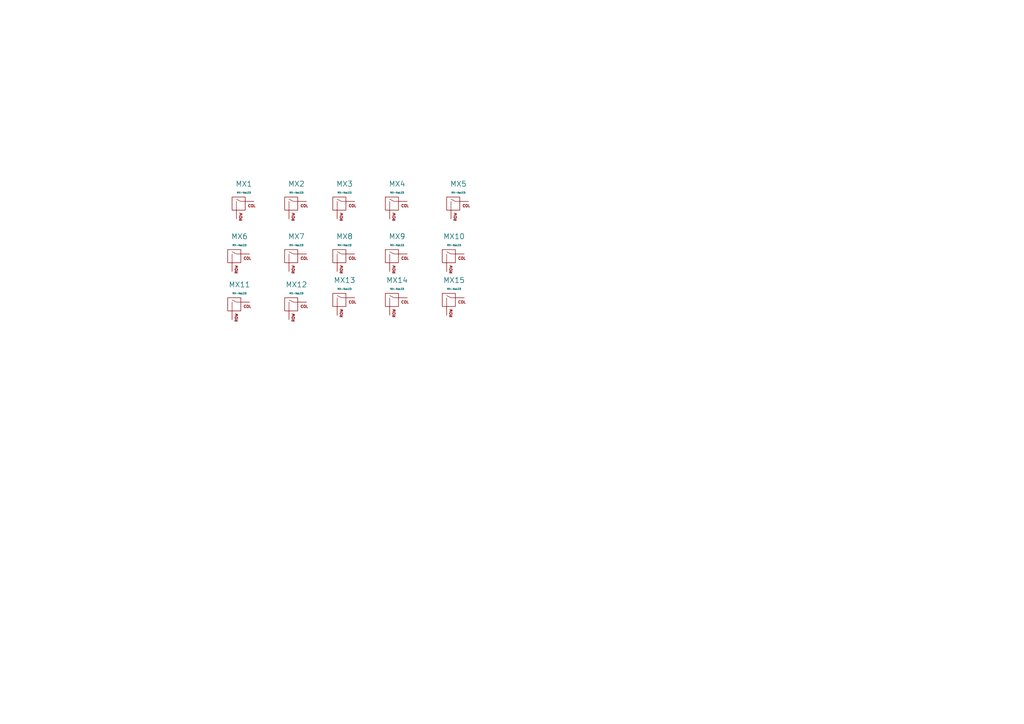
<source format=kicad_sch>
(kicad_sch (version 20230121) (generator eeschema)
  (paper "A4")
  (lib_symbols
    (symbol "MX_Alps_Hybrid:MX-NoLED" (pin_names (offset 1.016))
      (property "Reference" "MX" (at -0.635 3.81 0))
      (property "Value" "MX-NoLED" (at -0.635 1.27 0))
      (symbol "MX-NoLED_0_0"
        (rectangle (start -2.54 2.54) (end 1.27 -1.27))
        (polyline (pts (xy -1.27 -1.27) (xy -1.27 1.27)) (stroke (width 0.127)))
        (polyline (pts (xy 1.27 1.27) (xy 0 1.27) (xy -1.27 1.905)) (stroke (width 0.127)))
        (text "COL" (at 3.175 0 0) (effects (font (size 0.762 0.762))))
        (text "ROW" (at 0 -1.905 900) (effects (font (size 0.762 0.762)) (justify right)))
      )
      (symbol "MX-NoLED_1_1"
        (pin passive line (at 3.81 1.27 180) (length 2.54) (name "COL") (number "1"))
        (pin passive line (at -1.27 -3.81 90) (length 2.54) (name "ROW") (number "2"))
      )
    )
  )
  (symbol (lib_id "MX_Alps_Hybrid:MX-NoLED") (at 85.09 88.9 0) (unit 1)
    (property "Reference" "MX12" (at 85.9732 82.55 0) (effects (font (size 1.524 1.524))))
    (property "Value" "MX-NoLED" (at 85.9732 85.09 0) (effects (font (size 0.508 0.508))))
    (property "Footprint" "MX_Only:MXOnly-1U-NoLED" (effects hide))
  )
  (symbol (lib_id "MX_Alps_Hybrid:MX-NoLED") (at 99.06 59.69 0) (unit 1)
    (property "Reference" "MX3" (at 99.9432 53.34 0) (effects (font (size 1.524 1.524))))
    (property "Value" "MX-NoLED" (at 99.9432 55.88 0) (effects (font (size 0.508 0.508))))
    (property "Footprint" "MX_Only:MXOnly-1U-NoLED" (effects hide))
  )
  (symbol (lib_id "MX_Alps_Hybrid:MX-NoLED") (at 69.85 59.69 0) (unit 1)
    (property "Reference" "MX1" (at 70.7332 53.34 0) (effects (font (size 1.524 1.524))))
    (property "Value" "MX-NoLED" (at 70.7332 55.88 0) (effects (font (size 0.508 0.508))))
    (property "Footprint" "MX_Only:MXOnly-1U-NoLED" (effects hide))
  )
  (symbol (lib_id "MX_Alps_Hybrid:MX-NoLED") (at 130.81 87.63 0) (unit 1)
    (property "Reference" "MX15" (at 131.6932 81.28 0) (effects (font (size 1.524 1.524))))
    (property "Value" "MX-NoLED" (at 131.6932 83.82 0) (effects (font (size 0.508 0.508))))
    (property "Footprint" "MX_Only:MXOnly-1U-NoLED" (effects hide))
  )
  (symbol (lib_id "MX_Alps_Hybrid:MX-NoLED") (at 99.06 74.93 0) (unit 1)
    (property "Reference" "MX8" (at 99.9432 68.58 0) (effects (font (size 1.524 1.524))))
    (property "Value" "MX-NoLED" (at 99.9432 71.12 0) (effects (font (size 0.508 0.508))))
    (property "Footprint" "MX_Only:MXOnly-1U-NoLED" (effects hide))
  )
  (symbol (lib_id "MX_Alps_Hybrid:MX-NoLED") (at 114.3 74.93 0) (unit 1)
    (property "Reference" "MX9" (at 115.1832 68.58 0) (effects (font (size 1.524 1.524))))
    (property "Value" "MX-NoLED" (at 115.1832 71.12 0) (effects (font (size 0.508 0.508))))
    (property "Footprint" "MX_Only:MXOnly-1U-NoLED" (effects hide))
  )
  (symbol (lib_id "MX_Alps_Hybrid:MX-NoLED") (at 85.09 59.69 0) (unit 1)
    (property "Reference" "MX2" (at 85.9732 53.34 0) (effects (font (size 1.524 1.524))))
    (property "Value" "MX-NoLED" (at 85.9732 55.88 0) (effects (font (size 0.508 0.508))))
    (property "Footprint" "MX_Only:MXOnly-1U-NoLED" (effects hide))
  )
  (symbol (lib_id "MX_Alps_Hybrid:MX-NoLED") (at 68.58 88.9 0) (unit 1)
    (property "Reference" "MX11" (at 69.4632 82.55 0) (effects (font (size 1.524 1.524))))
    (property "Value" "MX-NoLED" (at 69.4632 85.09 0) (effects (font (size 0.508 0.508))))
    (property "Footprint" "MX_Only:MXOnly-1U-NoLED" (effects hide))
  )
  (symbol (lib_id "MX_Alps_Hybrid:MX-NoLED") (at 132.08 59.69 0) (unit 1)
    (property "Reference" "MX5" (at 132.9632 53.34 0) (effects (font (size 1.524 1.524))))
    (property "Value" "MX-NoLED" (at 132.9632 55.88 0) (effects (font (size 0.508 0.508))))
    (property "Footprint" "MX_Only:MXOnly-2U-NoLED" (effects hide))
  )
  (symbol (lib_id "MX_Alps_Hybrid:MX-NoLED") (at 68.58 74.93 0) (unit 1)
    (property "Reference" "MX6" (at 69.4632 68.58 0) (effects (font (size 1.524 1.524))))
    (property "Value" "MX-NoLED" (at 69.4632 71.12 0) (effects (font (size 0.508 0.508))))
    (property "Footprint" "MX_Only:MXOnly-1.5U-NoLED" (effects hide))
  )
  (symbol (lib_id "MX_Alps_Hybrid:MX-NoLED") (at 85.09 74.93 0) (unit 1)
    (property "Reference" "MX7" (at 85.9732 68.58 0) (effects (font (size 1.524 1.524))))
    (property "Value" "MX-NoLED" (at 85.9732 71.12 0) (effects (font (size 0.508 0.508))))
    (property "Footprint" "MX_Only:MXOnly-1U-NoLED" (effects hide))
  )
  (symbol (lib_id "MX_Alps_Hybrid:MX-NoLED") (at 114.3 59.69 0) (unit 1)
    (property "Reference" "MX4" (at 115.1832 53.34 0) (effects (font (size 1.524 1.524))))
    (property "Value" "MX-NoLED" (at 115.1832 55.88 0) (effects (font (size 0.508 0.508))))
    (property "Footprint" "MX_Only:MXOnly-1U-NoLED" (effects hide))
  )
  (symbol (lib_id "MX_Alps_Hybrid:MX-NoLED") (at 99.06 87.63 0) (unit 1)
    (property "Reference" "MX13" (at 99.9432 81.28 0) (effects (font (size 1.524 1.524))))
    (property "Value" "MX-NoLED" (at 99.9432 83.82 0) (effects (font (size 0.508 0.508))))
    (property "Footprint" "MX_Only:MXOnly-2U-NoLED" (effects hide))
  )
  (symbol (lib_id "MX_Alps_Hybrid:MX-NoLED") (at 114.3 87.63 0) (unit 1)
    (property "Reference" "MX14" (at 115.1832 81.28 0) (effects (font (size 1.524 1.524))))
    (property "Value" "MX-NoLED" (at 115.1832 83.82 0) (effects (font (size 0.508 0.508))))
    (property "Footprint" "MX_Only:MXOnly-1U-NoLED" (effects hide))
  )
  (symbol (lib_id "MX_Alps_Hybrid:MX-NoLED") (at 130.81 74.93 0) (unit 1)
    (property "Reference" "MX10" (at 131.6932 68.58 0) (effects (font (size 1.524 1.524))))
    (property "Value" "MX-NoLED" (at 131.6932 71.12 0) (effects (font (size 0.508 0.508))))
    (property "Footprint" "MX_Only:MXOnly-1.5U-NoLED" (effects hide))
  )
)
</source>
